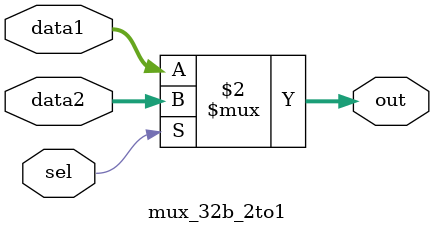
<source format=v>
`timescale 1ns/100ps

module mux_32b_2to1(
    input [31:0] data1,
    input [31:0] data2,
    input sel,
    output [31:0] out
);
    assign #1 out = (sel == 1'b1) ? data2 : data1;
endmodule
</source>
